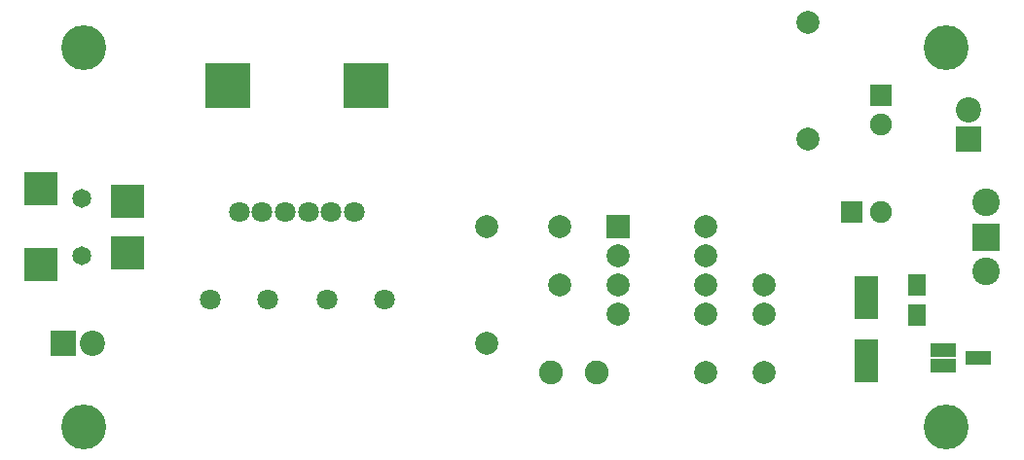
<source format=gts>
G04 #@! TF.FileFunction,Soldermask,Top*
%FSLAX46Y46*%
G04 Gerber Fmt 4.6, Leading zero omitted, Abs format (unit mm)*
G04 Created by KiCad (PCBNEW 4.0.6) date Mon Jul 17 13:21:17 2017*
%MOMM*%
%LPD*%
G01*
G04 APERTURE LIST*
%ADD10C,0.100000*%
%ADD11C,3.900000*%
%ADD12C,2.000000*%
%ADD13C,1.800000*%
%ADD14C,1.900000*%
%ADD15R,1.900000X1.900000*%
%ADD16R,2.099260X3.699460*%
%ADD17R,2.200000X2.200000*%
%ADD18C,2.200000*%
%ADD19R,2.900000X2.900000*%
%ADD20C,1.650000*%
%ADD21R,2.200860X1.200100*%
%ADD22C,2.076400*%
%ADD23R,1.598880X1.901140*%
%ADD24R,2.400000X2.400000*%
%ADD25C,2.400000*%
%ADD26R,2.000000X2.000000*%
%ADD27R,3.900000X3.900000*%
G04 APERTURE END LIST*
D10*
D11*
X136500000Y-86000000D03*
X61500000Y-119000000D03*
X136500000Y-119000000D03*
D12*
X102870000Y-106680000D03*
X102870000Y-101600000D03*
X120650000Y-109220000D03*
X120650000Y-106680000D03*
X115570000Y-114300000D03*
X120650000Y-114300000D03*
D13*
X87630000Y-107950000D03*
X82630000Y-107950000D03*
X77470000Y-107950000D03*
X72470000Y-107950000D03*
D14*
X130810000Y-100330000D03*
D15*
X128270000Y-100330000D03*
D16*
X129540000Y-107739180D03*
X129540000Y-113240820D03*
D14*
X130810000Y-92710000D03*
D15*
X130810000Y-90170000D03*
D17*
X59690000Y-111760000D03*
D18*
X62230000Y-111760000D03*
D19*
X65285000Y-99350000D03*
X65285000Y-103850000D03*
D20*
X61285000Y-99100000D03*
X61285000Y-104100000D03*
D19*
X57785000Y-104900000D03*
X57785000Y-98300000D03*
D17*
X138430000Y-93980000D03*
D18*
X138430000Y-91440000D03*
D21*
X136293860Y-112328960D03*
X136293860Y-113731040D03*
X139296140Y-113030000D03*
D22*
X102141020Y-114300000D03*
X106138980Y-114300000D03*
D12*
X96520000Y-111760000D03*
X96520000Y-101600000D03*
D23*
X133985000Y-109250480D03*
X133985000Y-106649520D03*
D12*
X124460000Y-93980000D03*
X124460000Y-83820000D03*
D24*
X140000000Y-102500000D03*
D25*
X140000000Y-105500000D03*
X140000000Y-99500000D03*
D26*
X107950000Y-101600000D03*
D12*
X107950000Y-104140000D03*
X107950000Y-106680000D03*
X107950000Y-109220000D03*
X115570000Y-109220000D03*
X115570000Y-106680000D03*
X115570000Y-104140000D03*
X115570000Y-101600000D03*
D27*
X74010000Y-89330000D03*
D13*
X81010000Y-100330000D03*
X79010000Y-100330000D03*
X83010000Y-100330000D03*
X77010000Y-100330000D03*
X75010000Y-100330000D03*
X85010000Y-100330000D03*
D27*
X86010000Y-89330000D03*
D11*
X61500000Y-86000000D03*
M02*

</source>
